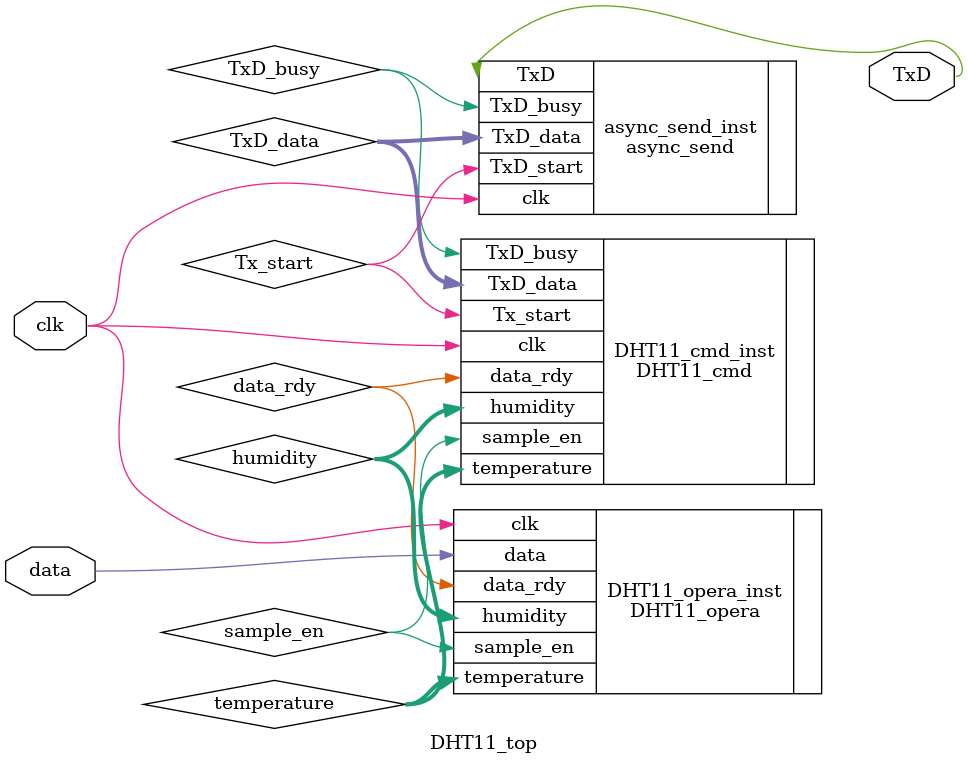
<source format=v>
module   DHT11_top(                                                          
                    input clk,                                                                                      
                    inout data,
						  output TxD
                   );                                                        
 
 
 
wire [7:0] temperature;	
wire [7:0] humidity;    
wire [7:0] TxD_data; 
DHT11_opera DHT11_opera_inst(                                                
                             .clk(clk),                                      
                             .sample_en(sample_en),                          
                             .data(data),                                    
                             .data_rdy(data_rdy),                            
                             .temperature(temperature),                      
                             .humidity(humidity)                             
                            );                                               
                                                                             
                                                                             
DHT11_cmd   DHT11_cmd_inst(                                                  
                           .clk(clk),                                        
                           .sample_en(sample_en),                            
                           .data_rdy(data_rdy),                              
                           .temperature(temperature),                        
                           .humidity(humidity),                               
						                                                                 
									.TxD_busy(TxD_busy),                              
									.Tx_start(Tx_start),                              
									.TxD_data(TxD_data)                                 
                          );                                                 
                                                                             
async_send  async_send_inst(                                                 
                            .clk(clk),                                       
																									 
									 .TxD_start(Tx_start),                            
									 .TxD_data(TxD_data),                             
                            .TxD(TxD),                                       
                            .TxD_busy(TxD_busy)                              
								   );                                                



						 
						 
endmodule						 
</source>
